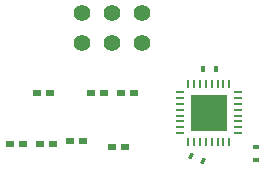
<source format=gbr>
G04 DesignSpark PCB Gerber Version 9.0 Build 5138 *
%FSLAX35Y35*%
%MOIN*%
%ADD80R,0.00781X0.02946*%
%ADD22R,0.01254X0.02041*%
%ADD82R,0.12395X0.12395*%
%ADD85C,0.05506*%
%ADD81R,0.02946X0.00781*%
%ADD84R,0.02041X0.01254*%
%ADD20R,0.02553X0.01962*%
%AMT83*0 Rectangle Pad at angle 155*21,1,0.01254,0.02041,0,0,155*%
%ADD83T83*%
X0Y0D02*
D02*
D20*
X32295Y15624D03*
X36626D03*
X41295Y32624D03*
X42295Y15624D03*
X45626Y32624D03*
X46626Y15624D03*
X52295Y16624D03*
X56626D03*
X59295Y32624D03*
X63626D03*
X66295Y14624D03*
X69295Y32624D03*
X70626Y14624D03*
X73626Y32624D03*
D02*
D22*
X96673Y40757D03*
X101004D03*
D02*
D80*
X91571Y16545D03*
Y35836D03*
X93539Y16545D03*
Y35836D03*
X95508Y16545D03*
Y35836D03*
X97476Y16545D03*
Y35836D03*
X99445Y16545D03*
Y35836D03*
X101413Y16545D03*
Y35836D03*
X103382Y16545D03*
Y35836D03*
X105350Y16545D03*
Y35836D03*
D02*
D81*
X88815Y19301D03*
Y21269D03*
Y23238D03*
Y25206D03*
Y27175D03*
Y29143D03*
Y31112D03*
Y33080D03*
X108106Y19301D03*
Y21269D03*
Y23238D03*
Y25206D03*
Y27175D03*
Y29143D03*
Y31112D03*
Y33080D03*
D02*
D82*
X98461Y26191D03*
D02*
D83*
X92545Y11751D03*
X96470Y9921D03*
D02*
D84*
X114193Y10246D03*
Y14576D03*
D02*
D85*
X56161Y49537D03*
Y59537D03*
X66161Y49537D03*
Y59537D03*
X76161Y49537D03*
Y59537D03*
X0Y0D02*
M02*

</source>
